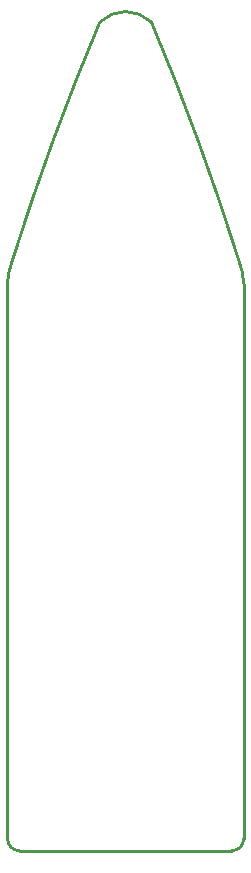
<source format=gko>
G04 Layer_Color=16711935*
%FSLAX44Y44*%
%MOMM*%
G71*
G01*
G75*
%ADD35C,0.2540*%
D35*
X0Y10000D02*
G03*
X10000Y0I10000J0D01*
G01*
X190000D02*
G03*
X200000Y10000I0J10000D01*
G01*
X3690Y498347D02*
G03*
X0Y480000I51718J-19948D01*
G01*
X200000D02*
G03*
X196310Y498347I-55409J-1601D01*
G01*
X121843Y701485D02*
G03*
X78157Y701485I-21843J-21843D01*
G01*
Y701485D02*
G03*
X3690Y498347I2057177J-869338D01*
G01*
X196310D02*
G03*
X121843Y701485I-2131644J-666200D01*
G01*
X0Y10000D02*
Y480000D01*
X10000Y0D02*
X190000D01*
X200000Y10000D02*
Y480000D01*
M02*

</source>
